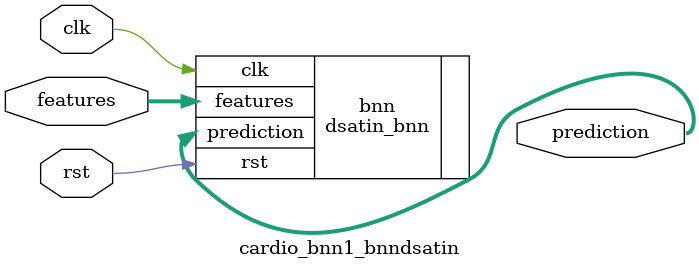
<source format=v>

















module cardio_bnn1_bnndsatin #(

parameter FEAT_CNT = 19,
parameter HIDDEN_CNT = 40,
parameter FEAT_BITS = 4,
parameter CLASS_CNT = 3,
parameter TEST_CNT = 1000


  ) (
  input clk,
  input rst,
  input [FEAT_CNT*FEAT_BITS-1:0] features,
  output [$clog2(CLASS_CNT)-1:0] prediction
  );

  localparam Weights0 = 760'b0000011011111100100011101010010000101011000001110111011001000001001000110000111101101000110100100011001000110001010010010100000010100011010111011011101110101010101110011100110100000011000000001011000010110101111110000101100111100000111010111101011100000011110111010000010010010110100011110010111010100010011000001100011000110011100010000001000111001010111001010110100000001000000110000111000100001010011111100000111010111000011011010101001110100100001011101110010000010010101000111101011000101100000000011011101000010000000110011110101001111111001000110000000101001000011000101001101010101011101101011010101100110010001111011001000101101100110001101001000010001110101101101101101110101100101111000110001001010100100101000101011100100101010100111101000110101011 ;
  localparam Weights1 = 120'b101010000001111100000011001000100011100111001011000110110011011101101001101001110100101100111001001101110110000110110011 ;
  localparam Widths = 320'h07070606050605060606070707070606060606060606060707070506060707060607060606060606 ;
  localparam Sature = 40'b1011111111000111011111100011110110111111 ;

  dsatin_bnn #(.FEAT_CNT(FEAT_CNT),.FEAT_BITS(FEAT_BITS),.HIDDEN_CNT(HIDDEN_CNT),.CLASS_CNT(CLASS_CNT),.Weights0(Weights0),.Weights1(Weights1),
    .WIDTHS(Widths), .SATURE(Sature)) bnn (
    .clk(clk),
    .rst(rst),
    .features(features),
    .prediction(prediction)
  );

endmodule

</source>
